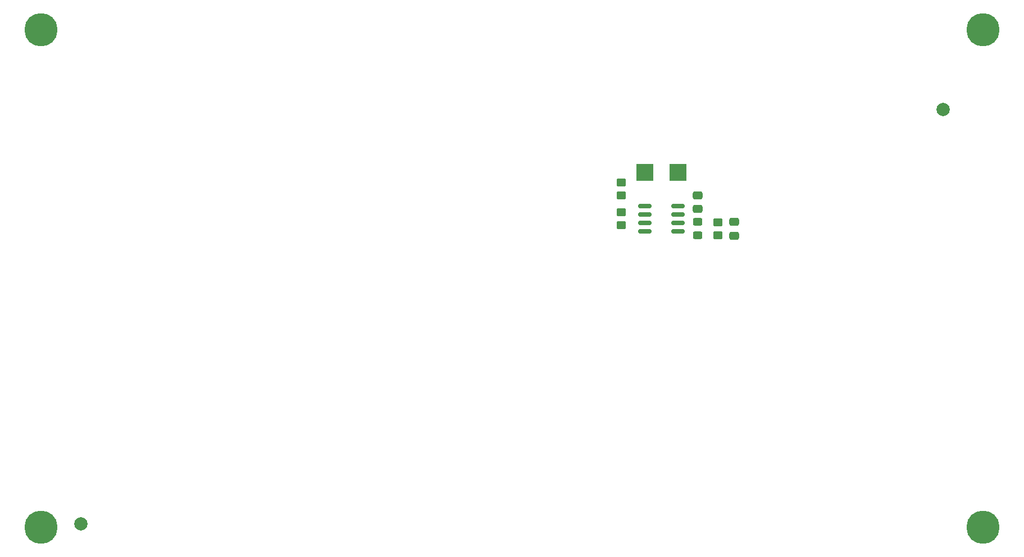
<source format=gbr>
%TF.GenerationSoftware,KiCad,Pcbnew,9.0.3*%
%TF.CreationDate,2025-10-03T08:07:12+02:00*%
%TF.ProjectId,front_pcb,66726f6e-745f-4706-9362-2e6b69636164,rev?*%
%TF.SameCoordinates,Original*%
%TF.FileFunction,Soldermask,Bot*%
%TF.FilePolarity,Negative*%
%FSLAX46Y46*%
G04 Gerber Fmt 4.6, Leading zero omitted, Abs format (unit mm)*
G04 Created by KiCad (PCBNEW 9.0.3) date 2025-10-03 08:07:12*
%MOMM*%
%LPD*%
G01*
G04 APERTURE LIST*
G04 Aperture macros list*
%AMRoundRect*
0 Rectangle with rounded corners*
0 $1 Rounding radius*
0 $2 $3 $4 $5 $6 $7 $8 $9 X,Y pos of 4 corners*
0 Add a 4 corners polygon primitive as box body*
4,1,4,$2,$3,$4,$5,$6,$7,$8,$9,$2,$3,0*
0 Add four circle primitives for the rounded corners*
1,1,$1+$1,$2,$3*
1,1,$1+$1,$4,$5*
1,1,$1+$1,$6,$7*
1,1,$1+$1,$8,$9*
0 Add four rect primitives between the rounded corners*
20,1,$1+$1,$2,$3,$4,$5,0*
20,1,$1+$1,$4,$5,$6,$7,0*
20,1,$1+$1,$6,$7,$8,$9,0*
20,1,$1+$1,$8,$9,$2,$3,0*%
G04 Aperture macros list end*
%ADD10C,3.400000*%
%ADD11C,5.000000*%
%ADD12RoundRect,0.250000X0.475000X-0.337500X0.475000X0.337500X-0.475000X0.337500X-0.475000X-0.337500X0*%
%ADD13R,2.500000X2.500000*%
%ADD14RoundRect,0.250000X0.450000X-0.325000X0.450000X0.325000X-0.450000X0.325000X-0.450000X-0.325000X0*%
%ADD15C,2.000000*%
%ADD16RoundRect,0.250000X-0.450000X0.350000X-0.450000X-0.350000X0.450000X-0.350000X0.450000X0.350000X0*%
%ADD17RoundRect,0.250000X0.450000X-0.350000X0.450000X0.350000X-0.450000X0.350000X-0.450000X-0.350000X0*%
%ADD18RoundRect,0.150000X0.825000X0.150000X-0.825000X0.150000X-0.825000X-0.150000X0.825000X-0.150000X0*%
G04 APERTURE END LIST*
D10*
%TO.C,REF\u002A\u002A*%
X79000000Y-138000000D03*
D11*
X79000000Y-138000000D03*
%TD*%
D10*
%TO.C,REF\u002A\u002A*%
X221000000Y-138000000D03*
D11*
X221000000Y-138000000D03*
%TD*%
D10*
%TO.C,REF\u002A\u002A*%
X221000000Y-63000000D03*
D11*
X221000000Y-63000000D03*
%TD*%
D12*
%TO.C,C2*%
X178000000Y-90037500D03*
X178000000Y-87962500D03*
%TD*%
D13*
%TO.C,TP1*%
X170000000Y-84500000D03*
%TD*%
D14*
%TO.C,D1*%
X178000000Y-94025000D03*
X178000000Y-91975000D03*
%TD*%
D15*
%TO.C,REF\u002A\u002A*%
X85000000Y-137500000D03*
%TD*%
D16*
%TO.C,R2*%
X166500000Y-86000000D03*
X166500000Y-88000000D03*
%TD*%
D12*
%TO.C,C1*%
X183500000Y-94037500D03*
X183500000Y-91962500D03*
%TD*%
D10*
%TO.C,REF\u002A\u002A*%
X79000000Y-63000000D03*
D11*
X79000000Y-63000000D03*
%TD*%
D13*
%TO.C,TP2*%
X175000000Y-84500000D03*
%TD*%
D17*
%TO.C,R1*%
X181000000Y-94000000D03*
X181000000Y-92000000D03*
%TD*%
D18*
%TO.C,U1*%
X174975000Y-89595000D03*
X174975000Y-90865000D03*
X174975000Y-92135000D03*
X174975000Y-93405000D03*
X170025000Y-93405000D03*
X170025000Y-92135000D03*
X170025000Y-90865000D03*
X170025000Y-89595000D03*
%TD*%
D15*
%TO.C,REF\u002A\u002A*%
X215000000Y-75000000D03*
%TD*%
D16*
%TO.C,R3*%
X166500000Y-90500000D03*
X166500000Y-92500000D03*
%TD*%
M02*

</source>
